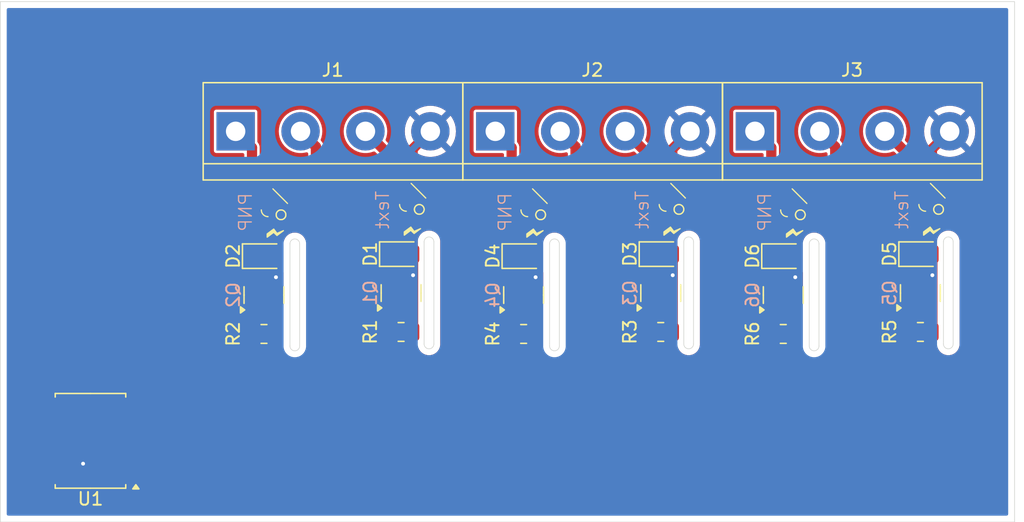
<source format=kicad_pcb>
(kicad_pcb (version 20240108) (generator "pcbnew") (generator_version "8.0")
  (layers (0 "F.Cu" signal) (31 "B.Cu" signal) (34 "B.Paste" user) (35 "F.Paste" user) (36 "B.SilkS" user "B.Silkscreen") (37 "F.SilkS" user "F.Silkscreen") (38 "B.Mask" user) (39 "F.Mask" user) (44 "Edge.Cuts" user))
  (net 0 "")
  (net 1 "/SubPcb/nType/Output")
  (net 2 "+3.3V")
  (net 3 "/SubPcb/pType/Output")
  (net 4 "/SubPcb1/nType/Output")
  (net 5 "GND")
  (net 6 "/SubPcb1/pType/Output")
  (net 7 "/SubPcb2/nType/Output")
  (net 8 "/SubPcb2/pType/Output")
  (net 24 "VDC")
  (net 25 "/SubPcb/Input")
  (net 26 "/SubPcb1/Input")
  (net 27 "/SubPcb2/Input")
  (footprint "Package_TO_SOT_SMD:SOT-23" (layer "F.Cu") (at 63.335519 38.225498 90)
    (property "Reference" "Q4" (at 0 -2.413 90) (layer "B.SilkS") (effects (justify mirror)))
    (property "Value" "BC807")
    (fp_line (start 0 -1.56) (end 0.65 -1.56) (stroke (width 0.12)) (layer "F.SilkS"))
    (fp_line (start 0 -1.56) (end -0.65 -1.56) (stroke (width 0.12)) (layer "F.SilkS"))
    (fp_line (start 0 1.56) (end 0.65 1.56) (stroke (width 0.12)) (layer "F.SilkS"))
    (fp_line (start 0 1.56) (end -0.65 1.56) (stroke (width 0.12)) (layer "F.SilkS"))
    (fp_poly (pts (xy -1.1625 -1.51) (xy -1.4025 -1.84) (xy -0.9225 -1.84) (xy -1.1625 -1.51)) (stroke (width 0.12)) (fill solid) (layer "F.SilkS"))
    (pad "1" smd roundrect (at -0.9375 -0.95 90) (size 1.475 0.6) (layers "F.Cu" "F.Paste" "F.Mask") (net 4 "/SubPcb1/nType/Output"))
    (pad "2" smd roundrect (at -0.9375 0.95 90) (size 1.475 0.6) (layers "F.Cu" "F.Paste" "F.Mask") (net 24 "VDC"))
    (pad "3" smd roundrect (at 0.9375 0 90) (size 1.475 0.6) (layers "F.Cu" "F.Paste" "F.Mask") (net 6 "/SubPcb1/pType/Output"))
  )
  (footprint "Package_SO:SSOP-20_5.3x7.2mm_P0.65mm" (layer "F.Cu") (at 29.438019 49.646 180)
    (property "Reference" "U1" (at 0 -4.55 180) (layer "F.SilkS"))
    (property "Value" "ATtiny1626-X")
    (fp_line (start 2.76 3.71) (end 2.76 3.435) (stroke (width 0.12)) (layer "F.SilkS"))
    (fp_line (start 2.76 -3.71) (end 2.76 -3.435) (stroke (width 0.12)) (layer "F.SilkS"))
    (fp_line (start 0 3.71) (end 2.76 3.71) (stroke (width 0.12)) (layer "F.SilkS"))
    (fp_line (start 0 3.71) (end -2.76 3.71) (stroke (width 0.12)) (layer "F.SilkS"))
    (fp_line (start 0 -3.71) (end 2.76 -3.71) (stroke (width 0.12)) (layer "F.SilkS"))
    (fp_line (start 0 -3.71) (end -2.76 -3.71) (stroke (width 0.12)) (layer "F.SilkS"))
    (fp_line (start -2.76 3.71) (end -2.76 3.435) (stroke (width 0.12)) (layer "F.SilkS"))
    (fp_line (start -2.76 -3.71) (end -2.76 -3.435) (stroke (width 0.12)) (layer "F.SilkS"))
    (fp_poly (pts (xy -3.55 -3.435) (xy -3.79 -3.765) (xy -3.309999 -3.765) (xy -3.55 -3.435)) (stroke (width 0.12)) (fill solid) (layer "F.SilkS"))
    (pad "1" smd roundrect (at -3.5 -2.925 180) (size 1.9 0.5) (layers "F.Cu" "F.Paste" "F.Mask") (net 2 "+3.3V"))
    (pad "2" smd roundrect (at -3.5 -2.275 180) (size 1.9 0.5) (layers "F.Cu" "F.Paste" "F.Mask"))
    (pad "3" smd roundrect (at -3.5 -1.625 180) (size 1.9 0.5) (layers "F.Cu" "F.Paste" "F.Mask"))
    (pad "4" smd roundrect (at -3.5 -0.975 180) (size 1.9 0.5) (layers "F.Cu" "F.Paste" "F.Mask"))
    (pad "5" smd roundrect (at -3.5 -0.325 180) (size 1.9 0.5) (layers "F.Cu" "F.Paste" "F.Mask"))
    (pad "6" smd roundrect (at -3.5 0.325 180) (size 1.9 0.5) (layers "F.Cu" "F.Paste" "F.Mask") (net 27 "/SubPcb2/Input"))
    (pad "7" smd roundrect (at -3.5 0.975 180) (size 1.9 0.5) (layers "F.Cu" "F.Paste" "F.Mask") (net 26 "/SubPcb1/Input"))
    (pad "8" smd roundrect (at -3.5 1.625 180) (size 1.9 0.5) (layers "F.Cu" "F.Paste" "F.Mask") (net 25 "/SubPcb/Input"))
    (pad "9" smd roundrect (at -3.5 2.275 180) (size 1.9 0.5) (layers "F.Cu" "F.Paste" "F.Mask"))
    (pad "10" smd roundrect (at -3.5 2.925 180) (size 1.9 0.5) (layers "F.Cu" "F.Paste" "F.Mask"))
    (pad "11" smd roundrect (at 3.5 2.925 180) (size 1.9 0.5) (layers "F.Cu" "F.Paste" "F.Mask"))
    (pad "12" smd roundrect (at 3.5 2.275 180) (size 1.9 0.5) (layers "F.Cu" "F.Paste" "F.Mask"))
    (pad "13" smd roundrect (at 3.5 1.625 180) (size 1.9 0.5) (layers "F.Cu" "F.Paste" "F.Mask"))
    (pad "14" smd roundrect (at 3.5 0.975 180) (size 1.9 0.5) (layers "F.Cu" "F.Paste" "F.Mask"))
    (pad "15" smd roundrect (at 3.5 0.325 180) (size 1.9 0.5) (layers "F.Cu" "F.Paste" "F.Mask"))
    (pad "16" smd roundrect (at 3.5 -0.325 180) (size 1.9 0.5) (layers "F.Cu" "F.Paste" "F.Mask"))
    (pad "17" smd roundrect (at 3.5 -0.975 180) (size 1.9 0.5) (layers "F.Cu" "F.Paste" "F.Mask"))
    (pad "18" smd roundrect (at 3.5 -1.625 180) (size 1.9 0.5) (layers "F.Cu" "F.Paste" "F.Mask"))
    (pad "19" smd roundrect (at 3.5 -2.275 180) (size 1.9 0.5) (layers "F.Cu" "F.Paste" "F.Mask"))
    (pad "20" smd roundrect (at 3.5 -2.925 180) (size 1.9 0.5) (layers "F.Cu" "F.Paste" "F.Mask") (net 5 "GND"))
  )
  (footprint "Diode_SMD:D_0805_2012Metric" (layer "F.Cu") (at 94.386018 35.0205)
    (property "Reference" "D5" (at -2.413 0 -90) (layer "F.SilkS"))
    (property "Value" "D_Schottky_Small")
    (fp_line (start -1.685 -0.96) (end -1.685 0.96) (stroke (width 0.12)) (layer "F.SilkS"))
    (fp_line (start -1.685 0.96) (end 1 0.96) (stroke (width 0.12)) (layer "F.SilkS"))
    (fp_line (start 1 -0.96) (end -1.685 -0.96) (stroke (width 0.12)) (layer "F.SilkS"))
    (pad "1" smd roundrect (at -0.9375 0) (size 0.975 1.4) (layers "F.Cu" "F.Paste" "F.Mask") (net 7 "/SubPcb2/nType/Output"))
    (pad "2" smd roundrect (at 0.9375 0) (size 0.975 1.4) (layers "F.Cu" "F.Paste" "F.Mask") (net 5 "GND"))
  )
  (footprint "Diode_SMD:D_0805_2012Metric" (layer "F.Cu") (at 63.335519 35.177498)
    (property "Reference" "D4" (at -2.413 0 -90) (layer "F.SilkS"))
    (property "Value" "D_Schottky_Small")
    (fp_line (start -1.685 -0.96) (end -1.685 0.96) (stroke (width 0.12)) (layer "F.SilkS"))
    (fp_line (start -1.685 0.96) (end 1 0.96) (stroke (width 0.12)) (layer "F.SilkS"))
    (fp_line (start 1 -0.96) (end -1.685 -0.96) (stroke (width 0.12)) (layer "F.SilkS"))
    (pad "1" smd roundrect (at -0.9375 0) (size 0.975 1.4) (layers "F.Cu" "F.Paste" "F.Mask") (net 6 "/SubPcb1/pType/Output"))
    (pad "2" smd roundrect (at 0.9375 0) (size 0.975 1.4) (layers "F.Cu" "F.Paste" "F.Mask") (net 5 "GND"))
  )
  (footprint "Resistor_SMD:R_0805_2012Metric" (layer "F.Cu") (at 63.335519 41.273498 180)
    (property "Reference" "R4" (at 2.413 0 90) (layer "F.SilkS"))
    (property "Value" "10k")
    (fp_line (start -0.227064 0.735) (end 0.227064 0.735) (stroke (width 0.12)) (layer "F.SilkS"))
    (fp_line (start -0.227064 -0.735) (end 0.227064 -0.735) (stroke (width 0.12)) (layer "F.SilkS"))
    (pad "1" smd roundrect (at -0.9125 0 180) (size 1.025 1.4) (layers "F.Cu" "F.Paste" "F.Mask") (roundrect_rratio 0.243902) (net 24 "VDC"))
    (pad "2" smd roundrect (at 0.9125 0 180) (size 1.025 1.4) (layers "F.Cu" "F.Paste" "F.Mask") (roundrect_rratio 0.243902) (net 4 "/SubPcb1/nType/Output"))
  )
  (footprint "Package_TO_SOT_SMD:SOT-23" (layer "F.Cu") (at 83.655519 38.225498 90)
    (property "Reference" "Q6" (at 0 -2.413 90) (layer "B.SilkS") (effects (justify mirror)))
    (property "Value" "BC807")
    (fp_line (start 0 -1.56) (end 0.65 -1.56) (stroke (width 0.12)) (layer "F.SilkS"))
    (fp_line (start 0 -1.56) (end -0.65 -1.56) (stroke (width 0.12)) (layer "F.SilkS"))
    (fp_line (start 0 1.56) (end 0.65 1.56) (stroke (width 0.12)) (layer "F.SilkS"))
    (fp_line (start 0 1.56) (end -0.65 1.56) (stroke (width 0.12)) (layer "F.SilkS"))
    (fp_poly (pts (xy -1.1625 -1.51) (xy -1.4025 -1.84) (xy -0.9225 -1.84) (xy -1.1625 -1.51)) (stroke (width 0.12)) (fill solid) (layer "F.SilkS"))
    (pad "1" smd roundrect (at -0.9375 -0.95 90) (size 1.475 0.6) (layers "F.Cu" "F.Paste" "F.Mask") (net 7 "/SubPcb2/nType/Output"))
    (pad "2" smd roundrect (at -0.9375 0.95 90) (size 1.475 0.6) (layers "F.Cu" "F.Paste" "F.Mask") (net 24 "VDC"))
    (pad "3" smd roundrect (at 0.9375 0 90) (size 1.475 0.6) (layers "F.Cu" "F.Paste" "F.Mask") (net 8 "/SubPcb2/pType/Output"))
  )
  (footprint "Diode_SMD:D_0805_2012Metric" (layer "F.Cu") (at 74.066018 35.0205)
    (property "Reference" "D3" (at -2.413 0 -90) (layer "F.SilkS"))
    (property "Value" "D_Schottky_Small")
    (fp_line (start -1.684999 -0.96) (end -1.684999 0.96) (stroke (width 0.12)) (layer "F.SilkS"))
    (fp_line (start -1.684999 0.96) (end 1 0.96) (stroke (width 0.12)) (layer "F.SilkS"))
    (fp_line (start 1 -0.96) (end -1.684999 -0.96) (stroke (width 0.12)) (layer "F.SilkS"))
    (pad "1" smd roundrect (at -0.937501 0) (size 0.975 1.4) (layers "F.Cu" "F.Paste" "F.Mask") (net 4 "/SubPcb1/nType/Output"))
    (pad "2" smd roundrect (at 0.937501 0) (size 0.975 1.4) (layers "F.Cu" "F.Paste" "F.Mask") (net 5 "GND"))
  )
  (footprint "Resistor_SMD:R_0805_2012Metric" (layer "F.Cu") (at 43.015519 41.273498 180)
    (property "Reference" "R2" (at 2.413 0 90) (layer "F.SilkS"))
    (property "Value" "10k")
    (fp_line (start -0.227064 0.735) (end 0.227064 0.735) (stroke (width 0.12)) (layer "F.SilkS"))
    (fp_line (start -0.227064 -0.735) (end 0.227064 -0.735) (stroke (width 0.12)) (layer "F.SilkS"))
    (pad "1" smd roundrect (at -0.9125 0 180) (size 1.025 1.4) (layers "F.Cu" "F.Paste" "F.Mask") (roundrect_rratio 0.243902) (net 24 "VDC"))
    (pad "2" smd roundrect (at 0.9125 0 180) (size 1.025 1.4) (layers "F.Cu" "F.Paste" "F.Mask") (roundrect_rratio 0.243902) (net 1 "/SubPcb/nType/Output"))
  )
  (footprint "Package_TO_SOT_SMD:SOT-23" (layer "F.Cu") (at 43.015519 38.225498 90)
    (property "Reference" "Q2" (at 0 -2.413 90) (layer "B.SilkS") (effects (justify mirror)))
    (property "Value" "BC807")
    (fp_line (start 0 -1.560001) (end 0.65 -1.56) (stroke (width 0.12)) (layer "F.SilkS"))
    (fp_line (start 0 -1.560001) (end -0.65 -1.56) (stroke (width 0.12)) (layer "F.SilkS"))
    (fp_line (start 0 1.560001) (end 0.65 1.56) (stroke (width 0.12)) (layer "F.SilkS"))
    (fp_line (start 0 1.560001) (end -0.65 1.56) (stroke (width 0.12)) (layer "F.SilkS"))
    (fp_poly (pts (xy -1.1625 -1.51) (xy -1.4025 -1.84) (xy -0.9225 -1.839999) (xy -1.1625 -1.51)) (stroke (width 0.12)) (fill solid) (layer "F.SilkS"))
    (pad "1" smd roundrect (at -0.9375 -0.95 90) (size 1.475 0.6) (layers "F.Cu" "F.Paste" "F.Mask") (net 1 "/SubPcb/nType/Output"))
    (pad "2" smd roundrect (at -0.9375 0.95 90) (size 1.475 0.6) (layers "F.Cu" "F.Paste" "F.Mask") (net 24 "VDC"))
    (pad "3" smd roundrect (at 0.937501 0 90) (size 1.475 0.6) (layers "F.Cu" "F.Paste" "F.Mask") (net 3 "/SubPcb/pType/Output"))
  )
  (footprint "TerminalBlock:TerminalBlock_bornier-4_P5.08mm" (layer "F.Cu") (at 81.437019 25.4)
    (property "Reference" "J3" (at 7.6 -4.8 0) (layer "F.SilkS"))
    (property "Value" "Screw_Terminal_01x04")
    (fp_line (start -2.54 -3.81) (end -2.54 3.81) (stroke (width 0.12)) (layer "F.SilkS"))
    (fp_line (start -2.54 -3.81) (end 17.78 -3.81) (stroke (width 0.12)) (layer "F.SilkS"))
    (fp_line (start -2.54 3.81) (end 17.78 3.81) (stroke (width 0.12)) (layer "F.SilkS"))
    (fp_line (start 17.78 2.54) (end -2.54 2.54) (stroke (width 0.12)) (layer "F.SilkS"))
    (fp_line (start 17.78 3.81) (end 17.78 -3.81) (stroke (width 0.12)) (layer "F.SilkS"))
    (pad "1" thru_hole rect (at 0 0) (size 3 3) (drill 1.52) (layers "*.Cu" "*.Mask") (net 8 "/SubPcb2/pType/Output"))
    (pad "2" thru_hole circle (at 5.08 0) (size 3 3) (drill 1.52) (layers "*.Cu" "*.Mask") (net 24 "VDC"))
    (pad "3" thru_hole circle (at 10.16 0) (size 3 3) (drill 1.52) (layers "*.Cu" "*.Mask") (net 7 "/SubPcb2/nType/Output"))
    (pad "4" thru_hole circle (at 15.24 0) (size 3 3) (drill 1.52) (layers "*.Cu" "*.Mask") (net 5 "GND"))
  )
  (footprint "Resistor_SMD:R_0805_2012Metric" (layer "F.Cu") (at 83.655519 41.273498 180)
    (property "Reference" "R6" (at 2.413 0 90) (layer "F.SilkS"))
    (property "Value" "10k")
    (fp_line (start -0.227064 0.735) (end 0.227064 0.735) (stroke (width 0.12)) (layer "F.SilkS"))
    (fp_line (start -0.227064 -0.735) (end 0.227064 -0.735) (stroke (width 0.12)) (layer "F.SilkS"))
    (pad "1" smd roundrect (at -0.9125 0 180) (size 1.025 1.4) (layers "F.Cu" "F.Paste" "F.Mask") (roundrect_rratio 0.243902) (net 24 "VDC"))
    (pad "2" smd roundrect (at 0.9125 0 180) (size 1.025 1.4) (layers "F.Cu" "F.Paste" "F.Mask") (roundrect_rratio 0.243902) (net 7 "/SubPcb2/nType/Output"))
  )
  (footprint "Resistor_SMD:R_0805_2012Metric" (layer "F.Cu") (at 74.066018 41.1165)
    (property "Reference" "R3" (at -2.413 0 -90) (layer "F.SilkS"))
    (property "Value" "10k")
    (fp_line (start -0.227064 -0.735) (end 0.227064 -0.735) (stroke (width 0.12)) (layer "F.SilkS"))
    (fp_line (start -0.227064 0.735) (end 0.227064 0.735) (stroke (width 0.12)) (layer "F.SilkS"))
    (pad "1" smd roundrect (at -0.9125 0) (size 1.025 1.4) (layers "F.Cu" "F.Paste" "F.Mask") (roundrect_rratio 0.243902) (net 26 "/SubPcb1/Input"))
    (pad "2" smd roundrect (at 0.9125 0) (size 1.025 1.4) (layers "F.Cu" "F.Paste" "F.Mask") (roundrect_rratio 0.243902) (net 5 "GND"))
  )
  (footprint "Diode_SMD:D_0805_2012Metric" (layer "F.Cu") (at 43.015519 35.177498)
    (property "Reference" "D2" (at -2.413 0 -90) (layer "F.SilkS"))
    (property "Value" "D_Schottky_Small")
    (fp_line (start -1.684999 -0.96) (end -1.684999 0.96) (stroke (width 0.12)) (layer "F.SilkS"))
    (fp_line (start -1.684999 0.96) (end 1 0.96) (stroke (width 0.12)) (layer "F.SilkS"))
    (fp_line (start 1 -0.96) (end -1.684999 -0.96) (stroke (width 0.12)) (layer "F.SilkS"))
    (pad "1" smd roundrect (at -0.937501 0) (size 0.975 1.4) (layers "F.Cu" "F.Paste" "F.Mask") (net 3 "/SubPcb/pType/Output"))
    (pad "2" smd roundrect (at 0.937501 0) (size 0.975 1.4) (layers "F.Cu" "F.Paste" "F.Mask") (net 5 "GND"))
  )
  (footprint "Package_TO_SOT_SMD:SOT-23" (layer "F.Cu") (at 53.746018 38.0685 90)
    (property "Reference" "Q1" (at 0 -2.413 90) (layer "B.SilkS") (effects (justify mirror)))
    (property "Value" "MMBT2222A")
    (fp_line (start 0 -1.560001) (end 0.65 -1.56) (stroke (width 0.12)) (layer "F.SilkS"))
    (fp_line (start 0 -1.560001) (end -0.65 -1.56) (stroke (width 0.12)) (layer "F.SilkS"))
    (fp_line (start 0 1.560001) (end 0.65 1.56) (stroke (width 0.12)) (layer "F.SilkS"))
    (fp_line (start 0 1.560001) (end -0.65 1.56) (stroke (width 0.12)) (layer "F.SilkS"))
    (fp_poly (pts (xy -1.1625 -1.51) (xy -1.4025 -1.84) (xy -0.9225 -1.839999) (xy -1.1625 -1.51)) (stroke (width 0.12)) (fill solid) (layer "F.SilkS"))
    (pad "1" smd roundrect (at -0.9375 -0.95 90) (size 1.475 0.6) (layers "F.Cu" "F.Paste" "F.Mask") (net 25 "/SubPcb/Input"))
    (pad "2" smd roundrect (at -0.9375 0.95 90) (size 1.475 0.6) (layers "F.Cu" "F.Paste" "F.Mask") (net 5 "GND"))
    (pad "3" smd roundrect (at 0.937501 0 90) (size 1.475 0.6) (layers "F.Cu" "F.Paste" "F.Mask") (net 1 "/SubPcb/nType/Output"))
  )
  (footprint "Package_TO_SOT_SMD:SOT-23" (layer "F.Cu") (at 74.066018 38.0685 90)
    (property "Reference" "Q3" (at 0 -2.413 90) (layer "B.SilkS") (effects (justify mirror)))
    (property "Value" "MMBT2222A")
    (fp_line (start 0 -1.560001) (end 0.65 -1.56) (stroke (width 0.12)) (layer "F.SilkS"))
    (fp_line (start 0 -1.560001) (end -0.65 -1.56) (stroke (width 0.12)) (layer "F.SilkS"))
    (fp_line (start 0 1.560001) (end 0.65 1.56) (stroke (width 0.12)) (layer "F.SilkS"))
    (fp_line (start 0 1.560001) (end -0.65 1.56) (stroke (width 0.12)) (layer "F.SilkS"))
    (fp_poly (pts (xy -1.1625 -1.51) (xy -1.4025 -1.84) (xy -0.9225 -1.839999) (xy -1.1625 -1.51)) (stroke (width 0.12)) (fill solid) (layer "F.SilkS"))
    (pad "1" smd roundrect (at -0.9375 -0.95 90) (size 1.475 0.6) (layers "F.Cu" "F.Paste" "F.Mask") (net 26 "/SubPcb1/Input"))
    (pad "2" smd roundrect (at -0.9375 0.95 90) (size 1.475 0.6) (layers "F.Cu" "F.Paste" "F.Mask") (net 5 "GND"))
    (pad "3" smd roundrect (at 0.937501 0 90) (size 1.475 0.6) (layers "F.Cu" "F.Paste" "F.Mask") (net 4 "/SubPcb1/nType/Output"))
  )
  (footprint "Resistor_SMD:R_0805_2012Metric" (layer "F.Cu") (at 94.386018 41.1165)
    (property "Reference" "R5" (at -2.413 0 -90) (layer "F.SilkS"))
    (property "Value" "10k")
    (fp_line (start -0.227064 -0.735) (end 0.227064 -0.735) (stroke (width 0.12)) (layer "F.SilkS"))
    (fp_line (start -0.227064 0.735) (end 0.227064 0.735) (stroke (width 0.12)) (layer "F.SilkS"))
    (pad "1" smd roundrect (at -0.9125 0) (size 1.025 1.4) (layers "F.Cu" "F.Paste" "F.Mask") (roundrect_rratio 0.243902) (net 27 "/SubPcb2/Input"))
    (pad "2" smd roundrect (at 0.9125 0) (size 1.025 1.4) (layers "F.Cu" "F.Paste" "F.Mask") (roundrect_rratio 0.243902) (net 5 "GND"))
  )
  (footprint "TerminalBlock:TerminalBlock_bornier-4_P5.08mm" (layer "F.Cu") (at 61.117019 25.4)
    (property "Reference" "J2" (at 7.6 -4.8 0) (layer "F.SilkS"))
    (property "Value" "Screw_Terminal_01x04")
    (fp_line (start -2.54 -3.81) (end -2.54 3.81) (stroke (width 0.12)) (layer "F.SilkS"))
    (fp_line (start -2.54 -3.81) (end 17.78 -3.81) (stroke (width 0.12)) (layer "F.SilkS"))
    (fp_line (start -2.54 3.81) (end 17.78 3.81) (stroke (width 0.12)) (layer "F.SilkS"))
    (fp_line (start 17.78 2.54) (end -2.54 2.54) (stroke (width 0.12)) (layer "F.SilkS"))
    (fp_line (start 17.78 3.81) (end 17.78 -3.81) (stroke (width 0.12)) (layer "F.SilkS"))
    (pad "1" thru_hole rect (at 0 0) (size 3 3) (drill 1.52) (layers "*.Cu" "*.Mask") (net 6 "/SubPcb1/pType/Output"))
    (pad "2" thru_hole circle (at 5.08 0) (size 3 3) (drill 1.52) (layers "*.Cu" "*.Mask") (net 24 "VDC"))
    (pad "3" thru_hole circle (at 10.16 0) (size 3 3) (drill 1.52) (layers "*.Cu" "*.Mask") (net 4 "/SubPcb1/nType/Output"))
    (pad "4" thru_hole circle (at 15.24 0) (size 3 3) (drill 1.52) (layers "*.Cu" "*.Mask") (net 5 "GND"))
  )
  (footprint "Diode_SMD:D_0805_2012Metric" (layer "F.Cu") (at 53.746018 35.0205)
    (property "Reference" "D1" (at -2.413 0 -90) (layer "F.SilkS"))
    (property "Value" "D_Schottky_Small")
    (fp_line (start -1.684999 -0.96) (end -1.684999 0.96) (stroke (width 0.12)) (layer "F.SilkS"))
    (fp_line (start -1.684999 0.96) (end 1 0.96) (stroke (width 0.12)) (layer "F.SilkS"))
    (fp_line (start 1 -0.96) (end -1.684999 -0.96) (stroke (width 0.12)) (layer "F.SilkS"))
    (pad "1" smd roundrect (at -0.937501 0) (size 0.975 1.4) (layers "F.Cu" "F.Paste" "F.Mask") (net 1 "/SubPcb/nType/Output"))
    (pad "2" smd roundrect (at 0.937501 0) (size 0.975 1.4) (layers "F.Cu" "F.Paste" "F.Mask") (net 5 "GND"))
  )
  (footprint "Resistor_SMD:R_0805_2012Metric" (layer "F.Cu") (at 53.746018 41.1165)
    (property "Reference" "R1" (at -2.413 0 -90) (layer "F.SilkS"))
    (property "Value" "10k")
    (fp_line (start -0.227064 -0.735) (end 0.227064 -0.735) (stroke (width 0.12)) (layer "F.SilkS"))
    (fp_line (start -0.227064 0.735) (end 0.227064 0.735) (stroke (width 0.12)) (layer "F.SilkS"))
    (pad "1" smd roundrect (at -0.9125 0) (size 1.025 1.4) (layers "F.Cu" "F.Paste" "F.Mask") (roundrect_rratio 0.243902) (net 25 "/SubPcb/Input"))
    (pad "2" smd roundrect (at 0.9125 0) (size 1.025 1.4) (layers "F.Cu" "F.Paste" "F.Mask") (roundrect_rratio 0.243902) (net 5 "GND"))
  )
  (footprint "TerminalBlock:TerminalBlock_bornier-4_P5.08mm" (layer "F.Cu") (at 40.797019 25.4)
    (property "Reference" "J1" (at 7.6 -4.8 0) (layer "F.SilkS"))
    (property "Value" "Screw_Terminal_01x04")
    (fp_line (start -2.54 -3.81) (end -2.54 3.81) (stroke (width 0.12)) (layer "F.SilkS"))
    (fp_line (start -2.54 -3.81) (end 17.78 -3.81) (stroke (width 0.12)) (layer "F.SilkS"))
    (fp_line (start -2.54 3.81) (end 17.78 3.81) (stroke (width 0.12)) (layer "F.SilkS"))
    (fp_line (start 17.78 2.54) (end -2.54 2.54) (stroke (width 0.12)) (layer "F.SilkS"))
    (fp_line (start 17.78 3.81) (end 17.78 -3.81) (stroke (width 0.12)) (layer "F.SilkS"))
    (pad "1" thru_hole rect (at 0 0) (size 3 3) (drill 1.52) (layers "*.Cu" "*.Mask") (net 3 "/SubPcb/pType/Output"))
    (pad "2" thru_hole circle (at 5.08 0) (size 3 3) (drill 1.52) (layers "*.Cu" "*.Mask") (net 24 "VDC"))
    (pad "3" thru_hole circle (at 10.16 0) (size 3 3) (drill 1.52) (layers "*.Cu" "*.Mask") (net 1 "/SubPcb/nType/Output"))
    (pad "4" thru_hole circle (at 15.24 0) (size 3 3) (drill 1.52) (layers "*.Cu" "*.Mask") (net 5 "GND"))
  )
  (footprint "Package_TO_SOT_SMD:SOT-23" (layer "F.Cu") (at 94.386018 38.0685 90)
    (property "Reference" "Q5" (at 0 -2.413 90) (layer "B.SilkS") (effects (justify mirror)))
    (property "Value" "MMBT2222A")
    (fp_line (start 0 -1.56) (end 0.65 -1.56) (stroke (width 0.12)) (layer "F.SilkS"))
    (fp_line (start 0 -1.56) (end -0.65 -1.56) (stroke (width 0.12)) (layer "F.SilkS"))
    (fp_line (start 0 1.56) (end 0.65 1.56) (stroke (width 0.12)) (layer "F.SilkS"))
    (fp_line (start 0 1.56) (end -0.65 1.56) (stroke (width 0.12)) (layer "F.SilkS"))
    (fp_poly (pts (xy -1.1625 -1.51) (xy -1.4025 -1.84) (xy -0.9225 -1.84) (xy -1.1625 -1.51)) (stroke (width 0.12)) (fill solid) (layer "F.SilkS"))
    (pad "1" smd roundrect (at -0.9375 -0.95 90) (size 1.475 0.6) (layers "F.Cu" "F.Paste" "F.Mask") (net 27 "/SubPcb2/Input"))
    (pad "2" smd roundrect (at -0.9375 0.95 90) (size 1.475 0.6) (layers "F.Cu" "F.Paste" "F.Mask") (net 5 "GND"))
    (pad "3" smd roundrect (at 0.9375 0 90) (size 1.475 0.6) (layers "F.Cu" "F.Paste" "F.Mask") (net 7 "/SubPcb2/nType/Output"))
  )
  (footprint "Diode_SMD:D_0805_2012Metric" (layer "F.Cu") (at 83.655519 35.177498)
    (property "Reference" "D6" (at -2.413 0 -90) (layer "F.SilkS"))
    (property "Value" "D_Schottky_Small")
    (fp_line (start -1.685 -0.96) (end -1.685 0.96) (stroke (width 0.12)) (layer "F.SilkS"))
    (fp_line (start -1.685 0.96) (end 1 0.96) (stroke (width 0.12)) (layer "F.SilkS"))
    (fp_line (start 1 -0.96) (end -1.685 -0.96) (stroke (width 0.12)) (layer "F.SilkS"))
    (pad "1" smd roundrect (at -0.9375 0) (size 0.975 1.4) (layers "F.Cu" "F.Paste" "F.Mask") (net 8 "/SubPcb2/pType/Output"))
    (pad "2" smd roundrect (at 0.9375 0) (size 0.975 1.4) (layers "F.Cu" "F.Paste" "F.Mask") (net 5 "GND"))
  )
  (gr_poly (pts (xy 53.997206 33.532849) (xy 54.505206 33.151849) (xy 54.764397 33.400658) (xy 55.267206 33.024849) (xy 54.762018 33.2425) (xy 54.508433 32.901076) (xy 53.997206 33.278849)) (stroke (width 0.1)) (fill solid) (layer "F.SilkS"))
  (gr_circle (center 84.989019 31.938998) (end 84.608019 31.938998) (stroke (width 0.1)) (fill none) (layer "F.SilkS"))
  (gr_line (start 84.354019 29.906998) (end 85.497019 31.049998) (stroke (width 0.1)) (layer "F.SilkS"))
  (gr_circle (center 44.349019 31.938998) (end 43.968019 31.938998) (stroke (width 0.1)) (fill none) (layer "F.SilkS"))
  (gr_circle (center 95.808418 31.5153) (end 95.427418 31.5153) (stroke (width 0.1)) (fill none) (layer "F.SilkS"))
  (gr_poly (pts (xy 94.637206 33.532849) (xy 95.145206 33.151849) (xy 95.404397 33.400658) (xy 95.907206 33.024849) (xy 95.402018 33.2425) (xy 95.148433 32.901076) (xy 94.637206 33.278849)) (stroke (width 0.1)) (fill solid) (layer "F.SilkS"))
  (gr_circle (center 64.669019 31.938998) (end 64.288019 31.938998) (stroke (width 0.1)) (fill none) (layer "F.SilkS"))
  (gr_circle (center 55.168418 31.5153) (end 54.787418 31.5153) (stroke (width 0.1)) (fill none) (layer "F.SilkS"))
  (gr_line (start 43.714019 29.906998) (end 44.857019 31.049998) (stroke (width 0.1)) (layer "F.SilkS"))
  (gr_poly (pts (xy 63.586707 33.689847) (xy 64.094707 33.308847) (xy 64.353898 33.557656) (xy 64.856707 33.181847) (xy 64.351519 33.399498) (xy 64.097934 33.058074) (xy 63.586707 33.435847)) (stroke (width 0.1)) (fill solid) (layer "F.SilkS"))
  (gr_line (start 74.853418 29.4833) (end 75.996418 30.6263) (stroke (width 0.1)) (layer "F.SilkS"))
  (gr_poly (pts (xy 83.906707 33.689847) (xy 84.414707 33.308847) (xy 84.673898 33.557656) (xy 85.176707 33.181847) (xy 84.671519 33.399498) (xy 84.417934 33.058074) (xy 83.906707 33.435847)) (stroke (width 0.1)) (fill solid) (layer "F.SilkS"))
  (gr_arc (start 63.653019 32.081632) (mid 63.282755 31.928263) (end 63.129385 31.557998) (stroke (width 0.1)) (layer "F.SilkS"))
  (gr_arc (start 54.152418 31.657934) (mid 53.782153 31.504565) (end 53.628784 31.1343) (stroke (width 0.1)) (layer "F.SilkS"))
  (gr_poly (pts (xy 74.317206 33.532849) (xy 74.825206 33.151849) (xy 75.084397 33.400658) (xy 75.587206 33.024849) (xy 75.082018 33.2425) (xy 74.828433 32.901076) (xy 74.317206 33.278849)) (stroke (width 0.1)) (fill solid) (layer "F.SilkS"))
  (gr_arc (start 94.792418 31.657934) (mid 94.422153 31.504565) (end 94.268784 31.1343) (stroke (width 0.1)) (layer "F.SilkS"))
  (gr_line (start 95.173418 29.4833) (end 96.316418 30.6263) (stroke (width 0.1)) (layer "F.SilkS"))
  (gr_poly (pts (xy 43.266707 33.689847) (xy 43.774707 33.308847) (xy 44.033898 33.557656) (xy 44.536707 33.181847) (xy 44.031519 33.399498) (xy 43.777934 33.058074) (xy 43.266707 33.435847)) (stroke (width 0.1)) (fill solid) (layer "F.SilkS"))
  (gr_circle (center 95.808418 31.5153) (end 95.427418 31.5153) (stroke (width 0.1)) (fill none) (layer "F.SilkS"))
  (gr_arc (start 43.333019 32.081632) (mid 42.962755 31.928263) (end 42.809385 31.557998) (stroke (width 0.1)) (layer "F.SilkS"))
  (gr_line (start 64.034019 29.906998) (end 65.177019 31.049998) (stroke (width 0.1)) (layer "F.SilkS"))
  (gr_line (start 54.533418 29.4833) (end 55.676418 30.6263) (stroke (width 0.1)) (layer "F.SilkS"))
  (gr_circle (center 75.488418 31.5153) (end 75.107418 31.5153) (stroke (width 0.1)) (fill none) (layer "F.SilkS"))
  (gr_arc (start 83.973019 32.081632) (mid 83.602755 31.928263) (end 83.449385 31.557998) (stroke (width 0.1)) (layer "F.SilkS"))
  (gr_circle (center 55.168418 31.5153) (end 54.787418 31.5153) (stroke (width 0.1)) (fill none) (layer "F.SilkS"))
  (gr_circle (center 75.488418 31.5153) (end 75.107418 31.5153) (stroke (width 0.1)) (fill none) (layer "F.SilkS"))
  (gr_circle (center 44.349019 31.938998) (end 43.968019 31.938998) (stroke (width 0.1)) (fill none) (layer "F.SilkS"))
  (gr_circle (center 64.669019 31.938998) (end 64.288019 31.938998) (stroke (width 0.1)) (fill none) (layer "F.SilkS"))
  (gr_circle (center 84.989019 31.938998) (end 84.608019 31.938998) (stroke (width 0.1)) (fill none) (layer "F.SilkS"))
  (gr_arc (start 74.472418 31.657934) (mid 74.102153 31.504565) (end 73.948784 31.1343) (stroke (width 0.1)) (layer "F.SilkS"))
  (gr_line (start 65.367519 42.213298) (end 65.367519 34.212298) (stroke (width 0.05)) (layer "Edge.Cuts"))
  (gr_line (start 86.449519 34.212298) (end 86.449519 42.213298) (stroke (width 0.05)) (layer "Edge.Cuts"))
  (gr_arc (start 96.189418 34.0553) (mid 96.570418 33.6743) (end 96.951418 34.0553) (stroke (width 0.05)) (layer "Edge.Cuts"))
  (gr_arc (start 66.129519 42.213298) (mid 65.748519 42.594298) (end 65.367519 42.213298) (stroke (width 0.05)) (layer "Edge.Cuts"))
  (gr_line (start 45.047519 42.213298) (end 45.047519 34.212298) (stroke (width 0.05)) (layer "Edge.Cuts"))
  (gr_arc (start 96.951418 42.0563) (mid 96.570418 42.4373) (end 96.189418 42.0563) (stroke (width 0.05)) (layer "Edge.Cuts"))
  (gr_line (start 76.631418 34.0553) (end 76.631418 42.0563) (stroke (width 0.05)) (layer "Edge.Cuts"))
  (gr_arc (start 45.047519 34.212298) (mid 45.428519 33.831298) (end 45.809519 34.212298) (stroke (width 0.05)) (layer "Edge.Cuts"))
  (gr_arc (start 85.687519 34.212298) (mid 86.068519 33.831298) (end 86.449519 34.212298) (stroke (width 0.05)) (layer "Edge.Cuts"))
  (gr_arc (start 75.869418 34.0553) (mid 76.250418 33.6743) (end 76.631418 34.0553) (stroke (width 0.05)) (layer "Edge.Cuts"))
  (gr_arc (start 65.367519 34.212298) (mid 65.748519 33.831298) (end 66.129519 34.212298) (stroke (width 0.05)) (layer "Edge.Cuts"))
  (gr_arc (start 86.449519 42.213298) (mid 86.068519 42.594298) (end 85.687519 42.213298) (stroke (width 0.05)) (layer "Edge.Cuts"))
  (gr_line (start 96.189418 42.0563) (end 96.189418 34.0553) (stroke (width 0.05)) (layer "Edge.Cuts"))
  (gr_arc (start 76.631418 42.0563) (mid 76.250418 42.4373) (end 75.869418 42.0563) (stroke (width 0.05)) (layer "Edge.Cuts"))
  (gr_line (start 56.311418 34.0553) (end 56.311418 42.0563) (stroke (width 0.05)) (layer "Edge.Cuts"))
  (gr_line (start 55.549418 42.0563) (end 55.549418 34.0553) (stroke (width 0.05)) (layer "Edge.Cuts"))
  (gr_arc (start 45.809519 42.213298) (mid 45.428519 42.594298) (end 45.047519 42.213298) (stroke (width 0.05)) (layer "Edge.Cuts"))
  (gr_arc (start 55.549418 34.0553) (mid 55.930418 33.6743) (end 56.311418 34.0553) (stroke (width 0.05)) (layer "Edge.Cuts"))
  (gr_line (start 66.129519 34.212298) (end 66.129519 42.213298) (stroke (width 0.05)) (layer "Edge.Cuts"))
  (gr_line (start 45.809519 34.212298) (end 45.809519 42.213298) (stroke (width 0.05)) (layer "Edge.Cuts"))
  (gr_rect (start 22.382019 15.24) (end 101.757019 56.007) (stroke (width 0.05)) (fill none) (layer "Edge.Cuts"))
  (gr_line (start 96.951418 34.0553) (end 96.951418 42.0563) (stroke (width 0.05)) (layer "Edge.Cuts"))
  (gr_line (start 75.869418 42.0563) (end 75.869418 34.0553) (stroke (width 0.05)) (layer "Edge.Cuts"))
  (gr_line (start 85.687519 42.213298) (end 85.687519 34.212298) (stroke (width 0.05)) (layer "Edge.Cuts"))
  (gr_arc (start 56.311418 42.0563) (mid 55.930418 42.4373) (end 55.549418 42.0563) (stroke (width 0.05)) (layer "Edge.Cuts"))
  (gr_text "PNP" (at 42.151919 30.148298 90) (layer "B.SilkS") (effects (font (size 1 1) (thickness 0.1)) (justify left bottom mirror)))
  (gr_text "PNP" (at 82.791919 30.148298 90) (layer "B.SilkS") (effects (font (size 1 1) (thickness 0.1)) (justify left bottom mirror)))
  (gr_text "Text" (at 93.522418 29.9913 90) (layer "B.SilkS") (effects (font (size 1 1) (thickness 0.1)) (justify left bottom mirror)))
  (gr_text "PNP" (at 62.471919 30.148298 90) (layer "B.SilkS") (effects (font (size 1 1) (thickness 0.1)) (justify left bottom mirror)))
  (gr_text "Text" (at 52.882418 29.9913 90) (layer "B.SilkS") (effects (font (size 1 1) (thickness 0.1)) (justify left bottom mirror)))
  (gr_text "Text" (at 73.202418 29.9913 90) (layer "B.SilkS") (effects (font (size 1 1) (thickness 0.1)) (justify left bottom mirror)))
  (segment (start 50.127519 36.115) (end 51.222019 35.0205) (width 0.8) (layer "F.Cu") (net 1))
  (segment (start 50.127519 42.211) (end 50.127519 36.115) (width 0.8) (layer "F.Cu") (net 1))
  (segment (start 51.222019 35.0205) (end 52.808517 35.0205) (width 0.8) (layer "F.Cu") (net 1))
  (segment (start 52.808517 36.255998) (end 53.683519 37.131) (width 0.8) (layer "F.Cu") (net 1))
  (segment (start 52.808517 35.0205) (end 52.808517 27.251498) (width 0.8) (layer "F.Cu") (net 1))
  (segment (start 52.808517 27.251498) (end 50.957019 25.4) (width 0.8) (layer "F.Cu") (net 1))
  (segment (start 47.587519 44.751) (end 50.127519 42.211) (width 0.8) (layer "F.Cu") (net 1))
  (segment (start 44.649306 44.751) (end 47.587519 44.751) (width 0.8) (layer "F.Cu") (net 1))
  (segment (start 42.103019 41.195) (end 42.103019 42.204713) (width 0.8) (layer "F.Cu") (net 1))
  (segment (start 42.103019 42.204713) (end 44.649306 44.751) (width 0.8) (layer "F.Cu") (net 1))
  (segment (start 42.065519 39.162998) (end 42.065519 41.235998) (width 0.8) (layer "F.Cu") (net 1))
  (segment (start 52.808517 35.0205) (end 52.808517 36.255998) (width 0.8) (layer "F.Cu") (net 1))
  (segment (start 42.065519 41.235998) (end 42.103019 41.273498) (width 0.8) (layer "F.Cu") (net 1))
  (segment (start 42.078018 35.177498) (end 42.078018 36.412996) (width 0.8) (layer "F.Cu") (net 3))
  (segment (start 42.078018 36.623001) (end 42.078018 26.680999) (width 0.8) (layer "F.Cu") (net 3))
  (segment (start 42.078018 36.412996) (end 42.95302 37.287998) (width 0.8) (layer "F.Cu") (net 3))
  (segment (start 42.078018 26.680999) (end 40.797019 25.4) (width 0.8) (layer "F.Cu") (net 3))
  (segment (start 71.542019 35.0205) (end 73.128517 35.0205) (width 0.8) (layer "F.Cu") (net 4))
  (segment (start 62.423019 42.204713) (end 64.969306 44.751) (width 0.8) (layer "F.Cu") (net 4))
  (segment (start 64.969306 44.751) (end 67.907519 44.751) (width 0.8) (layer "F.Cu") (net 4))
  (segment (start 73.128517 36.255998) (end 74.003519 37.131) (width 0.8) (layer "F.Cu") (net 4))
  (segment (start 73.128517 35.0205) (end 73.128517 36.255998) (width 0.8) (layer "F.Cu") (net 4))
  (segment (start 70.447519 36.115) (end 71.542019 35.0205) (width 0.8) (layer "F.Cu") (net 4))
  (segment (start 70.447519 42.211) (end 70.447519 36.115) (width 0.8) (layer "F.Cu") (net 4))
  (segment (start 73.128517 27.251498) (end 71.277019 25.4) (width 0.8) (layer "F.Cu") (net 4))
  (segment (start 62.423019 41.195) (end 62.423019 42.204713) (width 0.8) (layer "F.Cu") (net 4))
  (segment (start 73.128517 35.0205) (end 73.128517 27.251498) (width 0.8) (layer "F.Cu") (net 4))
  (segment (start 67.907519 44.751) (end 70.447519 42.211) (width 0.8) (layer "F.Cu") (net 4))
  (segment (start 62.385519 39.162998) (end 62.385519 41.235998) (width 0.8) (layer "F.Cu") (net 4))
  (segment (start 62.385519 41.235998) (end 62.423019 41.273498) (width 0.8) (layer "F.Cu") (net 4))
  (segment (start 95.323519 41.091499) (end 95.298518 41.1165) (width 0.8) (layer "F.Cu") (net 5))
  (segment (start 95.323519 35.0205) (end 95.323519 41.091499) (width 0.8) (layer "F.Cu") (net 5))
  (segment (start 74.969418 26.787601) (end 74.969418 35.0205) (width 0.8) (layer "F.Cu") (net 5))
  (segment (start 28.859019 51.435) (end 27.723019 52.571) (width 0.4) (layer "F.Cu") (net 5))
  (segment (start 95.289418 26.787601) (end 95.289418 35.0205) (width 0.8) (layer "F.Cu") (net 5))
  (segment (start 64.27302 35.177498) (end 64.27302 36.828498) (width 0.8) (layer "F.Cu") (net 5))
  (segment (start 84.59302 35.177498) (end 84.59302 36.828498) (width 0.8) (layer "F.Cu") (net 5))
  (segment (start 96.677019 25.4) (end 95.289418 26.787601) (width 0.8) (layer "F.Cu") (net 5))
  (segment (start 54.649418 26.787601) (end 54.649418 35.0205) (width 0.8) (layer "F.Cu") (net 5))
  (segment (start 54.683519 41.091499) (end 54.658518 41.1165) (width 0.8) (layer "F.Cu") (net 5))
  (segment (start 56.037019 25.4) (end 54.649418 26.787601) (width 0.8) (layer "F.Cu") (net 5))
  (segment (start 75.003519 35.0205) (end 75.003519 41.091499) (width 0.8) (layer "F.Cu") (net 5))
  (segment (start 27.723019 52.571) (end 25.938019 52.571) (width 0.4) (layer "F.Cu") (net 5))
  (segment (start 54.683519 35.0205) (end 54.683519 41.091499) (width 0.8) (layer "F.Cu") (net 5))
  (segment (start 75.003519 41.091499) (end 74.978518 41.1165) (width 0.8) (layer "F.Cu") (net 5))
  (segment (start 43.95302 35.177498) (end 43.95302 36.828498) (width 0.8) (layer "F.Cu") (net 5))
  (segment (start 76.357019 25.4) (end 74.969418 26.787601) (width 0.8) (layer "F.Cu") (net 5))
  (via (at 84.59302 36.828498) (size 0.6) (drill 0.3) (layers "F.Cu" "B.Cu") (net 5))
  (via (at 43.95302 36.828498) (size 0.6) (drill 0.3) (layers "F.Cu" "B.Cu") (net 5))
  (via (at 95.323519 36.6715) (size 0.6) (drill 0.3) (layers "F.Cu" "B.Cu") (net 5))
  (via (at 75.003519 36.6715) (size 0.6) (drill 0.3) (layers "F.Cu" "B.Cu") (net 5))
  (via (at 64.27302 36.828498) (size 0.6) (drill 0.3) (layers "F.Cu" "B.Cu") (net 5))
  (via (at 28.859019 51.435) (size 0.6) (drill 0.3) (layers "F.Cu" "B.Cu") (net 5))
  (via (at 54.683519 36.6715) (size 0.6) (drill 0.3) (layers "F.Cu" "B.Cu") (net 5))
  (segment (start 62.398018 36.623001) (end 62.398018 26.680999) (width 0.8) (layer "F.Cu") (net 6))
  (segment (start 62.398018 26.680999) (end 61.117019 25.4) (width 0.8) (layer "F.Cu") (net 6))
  (segment (start 62.398018 35.177498) (end 62.398018 36.412996) (width 0.8) (layer "F.Cu") (net 6))
  (segment (start 62.398018 36.412996) (end 63.27302 37.287998) (width 0.8) (layer "F.Cu") (net 6))
  (segment (start 91.862019 35.0205) (end 93.448517 35.0205) (width 0.8) (layer "F.Cu") (net 7))
  (segment (start 90.767519 42.211) (end 90.767519 36.115) (width 0.8) (layer "F.Cu") (net 7))
  (segment (start 90.767519 36.115) (end 91.862019 35.0205) (width 0.8) (layer "F.Cu") (net 7))
  (segment (start 93.448517 27.251498) (end 91.597019 25.4) (width 0.8) (layer "F.Cu") (net 7))
  (segment (start 93.448517 35.0205) (end 93.448517 36.255998) (width 0.8) (layer "F.Cu") (net 7))
  (segment (start 88.227519 44.751) (end 90.767519 42.211) (width 0.8) (layer "F.Cu") (net 7))
  (segment (start 85.289306 44.751) (end 88.227519 44.751) (width 0.8) (layer "F.Cu") (net 7))
  (segment (start 82.743019 41.195) (end 82.743019 42.204713) (width 0.8) (layer "F.Cu") (net 7))
  (segment (start 82.705519 39.162998) (end 82.705519 41.235998) (width 0.8) (layer "F.Cu") (net 7))
  (segment (start 82.743019 42.204713) (end 85.289306 44.751) (width 0.8) (layer "F.Cu") (net 7))
  (segment (start 93.448517 36.255998) (end 94.323519 37.131) (width 0.8) (layer "F.Cu") (net 7))
  (segment (start 82.705519 41.235998) (end 82.743019 41.273498) (width 0.8) (layer "F.Cu") (net 7))
  (segment (start 93.448517 35.0205) (end 93.448517 27.251498) (width 0.8) (layer "F.Cu") (net 7))
  (segment (start 82.718018 26.680999) (end 81.437019 25.4) (width 0.8) (layer "F.Cu") (net 8))
  (segment (start 82.718018 36.412996) (end 83.59302 37.287998) (width 0.8) (layer "F.Cu") (net 8))
  (segment (start 82.718018 36.623001) (end 82.718018 26.680999) (width 0.8) (layer "F.Cu") (net 8))
  (segment (start 82.718018 35.177498) (end 82.718018 36.412996) (width 0.8) (layer "F.Cu") (net 8))
  (segment (start 64.285519 41.235998) (end 64.248019 41.273498) (width 0.8) (layer "F.Cu") (net 24))
  (segment (start 86.38481 43.735) (end 87.719519 42.400291) (width 0.8) (layer "F.Cu") (net 24))
  (segment (start 64.248019 42.550791) (end 65.432228 43.735) (width 0.8) (layer "F.Cu") (net 24))
  (segment (start 47.079519 26.6025) (end 45.877019 25.4) (width 0.8) (layer "F.Cu") (net 24))
  (segment (start 47.079519 42.400291) (end 47.079519 26.6025) (width 0.8) (layer "F.Cu") (net 24))
  (segment (start 66.06481 43.735) (end 67.399519 42.400291) (width 0.8) (layer "F.Cu") (net 24))
  (segment (start 65.432228 43.735) (end 66.06481 43.735) (width 0.8) (layer "F.Cu") (net 24))
  (segment (start 87.719519 26.6025) (end 86.517019 25.4) (width 0.8) (layer "F.Cu") (net 24))
  (segment (start 64.285519 39.162998) (end 64.285519 41.235998) (width 0.8) (layer "F.Cu") (net 24))
  (segment (start 43.965519 39.162998) (end 43.965519 41.235998) (width 0.8) (layer "F.Cu") (net 24))
  (segment (start 64.248019 41.273499) (end 64.248019 42.550791) (width 0.8) (layer "F.Cu") (net 24))
  (segment (start 43.965519 41.235998) (end 43.928019 41.273498) (width 0.8) (layer "F.Cu") (net 24))
  (segment (start 84.568019 42.550791) (end 85.752228 43.735) (width 0.8) (layer "F.Cu") (net 24))
  (segment (start 87.719519 42.400291) (end 87.719519 26.6025) (width 0.8) (layer "F.Cu") (net 24))
  (segment (start 84.605519 41.235998) (end 84.568019 41.273498) (width 0.8) (layer "F.Cu") (net 24))
  (segment (start 85.752228 43.735) (end 86.38481 43.735) (width 0.8) (layer "F.Cu") (net 24))
  (segment (start 45.112228 43.735) (end 45.74481 43.735) (width 0.8) (layer "F.Cu") (net 24))
  (segment (start 84.568019 41.273499) (end 84.568019 42.550791) (width 0.8) (layer "F.Cu") (net 24))
  (segment (start 67.399519 26.6025) (end 66.197019 25.4) (width 0.8) (layer "F.Cu") (net 24))
  (segment (start 43.928019 41.273499) (end 43.928019 42.550791) (width 0.8) (layer "F.Cu") (net 24))
  (segment (start 67.399519 42.400291) (end 67.399519 26.6025) (width 0.8) (layer "F.Cu") (net 24))
  (segment (start 43.928019 42.550791) (end 45.112228 43.735) (width 0.8) (layer "F.Cu") (net 24))
  (segment (start 84.605519 39.162998) (end 84.605519 41.235998) (width 0.8) (layer "F.Cu") (net 24))
  (segment (start 45.74481 43.735) (end 47.079519 42.400291) (width 0.8) (layer "F.Cu") (net 24))
  (segment (start 35.142019 48.021) (end 36.173019 46.99) (width 0.4) (layer "F.Cu") (net 25))
  (segment (start 46.960018 46.99) (end 52.833518 41.1165) (width 0.4) (layer "F.Cu") (net 25))
  (segment (start 32.938019 48.021) (end 35.142019 48.021) (width 0.4) (layer "F.Cu") (net 25))
  (segment (start 36.173019 46.99) (end 46.960018 46.99) (width 0.4) (layer "F.Cu") (net 25))
  (segment (start 52.796018 41.079) (end 52.833518 41.1165) (width 0.8) (layer "F.Cu") (net 25))
  (segment (start 52.796018 39.006) (end 52.796018 41.079) (width 0.8) (layer "F.Cu") (net 25))
  (segment (start 73.116018 39.006) (end 73.116018 41.079) (width 0.8) (layer "F.Cu") (net 26))
  (segment (start 32.938019 48.671) (end 44.47502 48.671) (width 0.4) (layer "F.Cu") (net 26))
  (segment (start 44.47502 48.671) (end 46.60402 50.8) (width 0.4) (layer "F.Cu") (net 26))
  (segment (start 63.470018 50.8) (end 73.153518 41.1165) (width 0.4) (layer "F.Cu") (net 26))
  (segment (start 46.60402 50.8) (end 63.470018 50.8) (width 0.4) (layer "F.Cu") (net 26))
  (segment (start 73.116018 41.079) (end 73.153518 41.1165) (width 0.8) (layer "F.Cu") (net 26))
  (segment (start 82.520018 52.07) (end 93.473518 41.1165) (width 0.4) (layer "F.Cu") (net 27))
  (segment (start 39.399982 52.07) (end 82.520018 52.07) (width 0.4) (layer "F.Cu") (net 27))
  (segment (start 93.436018 39.006) (end 93.436018 41.079) (width 0.8) (layer "F.Cu") (net 27))
  (segment (start 32.938019 49.321) (end 36.650982 49.321) (width 0.4) (layer "F.Cu") (net 27))
  (segment (start 36.650982 49.321) (end 39.399982 52.07) (width 0.4) (layer "F.Cu") (net 27))
  (segment (start 93.436018 41.079) (end 93.473518 41.1165) (width 0.8) (layer "F.Cu") (net 27))
  (zone (net 4) (net_name "/SubPcb1/nType/Output") (layer "F.Cu") (priority 3) (connect_pads (clearance 0)) (min_thickness 0.25) (fill yes (thermal_gap 0.5) (thermal_bridge_width 0.5))
    (polygon (pts (xy 60.922519 44.194498) (xy 60.922519 36.320498) (xy 63.335519 38.606498) (xy 63.335519 44.194498)))
  )
  (zone (net 27) (net_name "/SubPcb2/Input") (layer "F.Cu") (priority 3) (connect_pads (clearance 0)) (min_thickness 0.25) (fill yes (thermal_gap 0.5) (thermal_bridge_width 0.5))
    (polygon (pts (xy 92.100018 44.0375) (xy 92.100018 36.1635) (xy 94.513018 38.4495) (xy 94.513018 44.0375)))
  )
  (zone (net 5) (net_name "GND") (layer "F.Cu") (priority 2) (connect_pads (clearance 0)) (min_thickness 0.25) (fill yes (thermal_gap 0.5) (thermal_bridge_width 0.5))
    (polygon (pts (xy 58.382519 21.383) (xy 79.083519 21.383) (xy 78.956519 45.259) (xy 58.382519 45.259)))
  )
  (zone (net 25) (net_name "/SubPcb/Input") (layer "F.Cu") (priority 3) (connect_pads (clearance 0)) (min_thickness 0.25) (fill yes (thermal_gap 0.5) (thermal_bridge_width 0.5))
    (polygon (pts (xy 51.460018 44.0375) (xy 51.460018 36.1635) (xy 53.873018 38.4495) (xy 53.873018 44.0375)))
  )
  (zone (net 5) (net_name "GND") (layer "F.Cu") (priority 2) (connect_pads (clearance 0)) (min_thickness 0.25) (fill yes (thermal_gap 0.5) (thermal_bridge_width 0.5))
    (polygon (pts (xy 38.062519 21.383) (xy 58.763519 21.383) (xy 58.636519 45.259) (xy 38.062519 45.259)))
  )
  (zone (net 26) (net_name "/SubPcb1/Input") (layer "F.Cu") (priority 3) (connect_pads (clearance 0)) (min_thickness 0.25) (fill yes (thermal_gap 0.5) (thermal_bridge_width 0.5))
    (polygon (pts (xy 71.780018 44.0375) (xy 71.780018 36.1635) (xy 74.193018 38.4495) (xy 74.193018 44.0375)))
  )
  (zone (net 1) (net_name "/SubPcb/nType/Output") (layer "F.Cu") (priority 3) (connect_pads (clearance 0)) (min_thickness 0.25) (fill yes (thermal_gap 0.5) (thermal_bridge_width 0.5))
    (polygon (pts (xy 40.602519 44.194498) (xy 40.602519 36.320498) (xy 43.015519 38.606498) (xy 43.015519 44.194498)))
  )
  (zone (net 5) (net_name "GND") (layer "F.Cu") (priority 2) (connect_pads (clearance 0)) (min_thickness 0.25) (fill yes (thermal_gap 0.5) (thermal_bridge_width 0.5))
    (polygon (pts (xy 78.702519 21.383) (xy 99.403519 21.383) (xy 99.276519 45.259) (xy 78.702519 45.259)))
  )
  (zone (net 7) (net_name "/SubPcb2/nType/Output") (layer "F.Cu") (priority 3) (connect_pads (clearance 0)) (min_thickness 0.25) (fill yes (thermal_gap 0.5) (thermal_bridge_width 0.5))
    (polygon (pts (xy 81.242519 44.194498) (xy 81.242519 36.320498) (xy 83.655519 38.606498) (xy 83.655519 44.194498)))
  )
  (zone (net 5) (net_name "GND") (layer "B.Cu") (priority 1) (connect_pads (clearance 0.5)) (min_thickness 0.25) (fill yes (thermal_gap 0.5) (thermal_bridge_width 0.5))
    (polygon (pts (xy 22.379044 15.113) (xy 102.519019 15.113) (xy 102.519019 55.997279) (xy 22.395013 56.019994)))
  )
)
</source>
